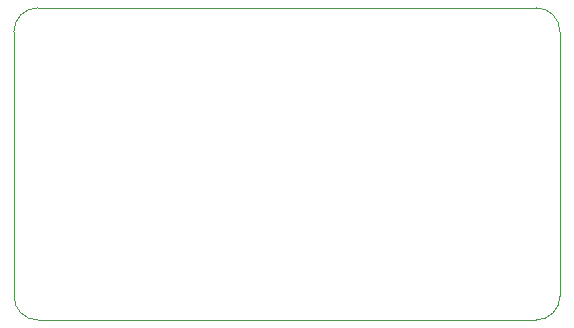
<source format=gbr>
%TF.GenerationSoftware,KiCad,Pcbnew,9.0.3*%
%TF.CreationDate,2025-10-25T21:32:03-05:00*%
%TF.ProjectId,AmmeterRelays,416d6d65-7465-4725-9265-6c6179732e6b,rev?*%
%TF.SameCoordinates,Original*%
%TF.FileFunction,Profile,NP*%
%FSLAX46Y46*%
G04 Gerber Fmt 4.6, Leading zero omitted, Abs format (unit mm)*
G04 Created by KiCad (PCBNEW 9.0.3) date 2025-10-25 21:32:03*
%MOMM*%
%LPD*%
G01*
G04 APERTURE LIST*
%TA.AperFunction,Profile*%
%ADD10C,0.050000*%
%TD*%
G04 APERTURE END LIST*
D10*
X18002000Y-56388000D02*
G75*
G02*
X16002000Y-54388000I0J2000000D01*
G01*
X62230000Y-54388000D02*
G75*
G02*
X60230000Y-56388000I-2000000J0D01*
G01*
X16002000Y-31972000D02*
G75*
G02*
X18002000Y-29972000I2000000J0D01*
G01*
X60230000Y-29972000D02*
G75*
G02*
X62230000Y-31972000I0J-2000000D01*
G01*
X16002000Y-54388000D02*
X16002000Y-31972000D01*
X60230000Y-56388000D02*
X18002000Y-56388000D01*
X62230000Y-31972000D02*
X62230000Y-54388000D01*
X18002000Y-29972000D02*
X60230000Y-29972000D01*
M02*

</source>
